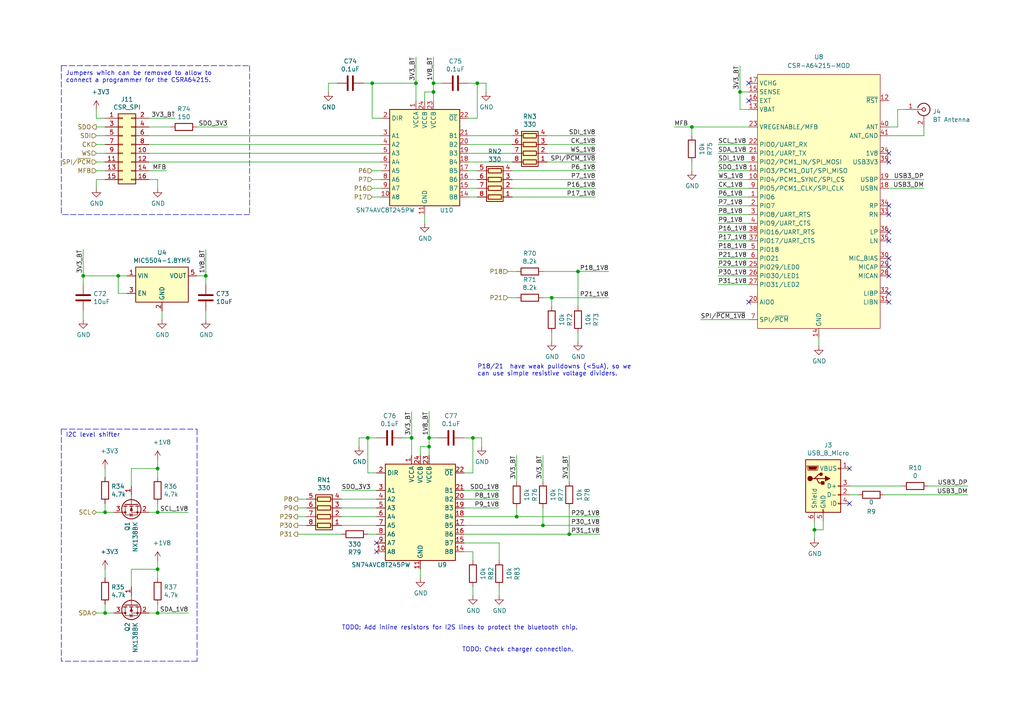
<source format=kicad_sch>
(kicad_sch (version 20201015) (generator eeschema)
  (paper "A4")
  (lib_symbols
    (symbol "Connector:Conn_Coaxial" (pin_names (offset 1.016) hide)
      (property "Reference" "J" (at 0.254 3.048 0))
      (property "Value" "Conn_Coaxial" (at 2.921 0 90))
      (symbol "Conn_Coaxial_0_1"
        (arc (start -1.778 0.508) (end 1.778 0) (radius (at -0.0508 0) (length 1.8034) (angles 163.6 0)) (stroke (width 0.254)))
        (arc (start 1.778 0) (end -1.778 -0.508) (radius (at -0.0254 0) (length 1.8034) (angles 0 -163.8)) (stroke (width 0.254)))
        (circle (center 0 0) (radius 0.508) (stroke (width 0.2032)))
        (polyline (pts (xy -2.54 0) (xy -0.508 0)))
        (polyline (pts (xy 0 -2.54) (xy 0 -1.778)))
      )
      (symbol "Conn_Coaxial_1_1"
        (pin passive line (at -5.08 0 0) (length 2.54) (name "In") (number "1"))
        (pin passive line (at 0 -5.08 90) (length 2.54) (name "Ext") (number "2"))
      )
    )
    (symbol "Connector:USB_B_Micro" (pin_names (offset 1.016))
      (property "Reference" "J" (at -5.08 11.43 0))
      (property "Value" "USB_B_Micro" (at -5.08 8.89 0))
      (symbol "USB_B_Micro_0_1"
        (circle (center -3.81 2.159) (radius 0.635) (stroke (width 0.254)) (fill (type outline)))
        (circle (center -0.635 3.429) (radius 0.381) (stroke (width 0.254)) (fill (type outline)))
        (rectangle (start -5.08 -7.62) (end 5.08 7.62) (stroke (width 0.254)) (fill (type background)))
        (rectangle (start -0.127 -7.62) (end 0.127 -6.858))
        (rectangle (start 0.254 1.27) (end -0.508 0.508) (stroke (width 0.254)) (fill (type outline)))
        (rectangle (start 5.08 -5.207) (end 4.318 -4.953))
        (rectangle (start 5.08 -2.667) (end 4.318 -2.413))
        (rectangle (start 5.08 -0.127) (end 4.318 0.127))
        (rectangle (start 5.08 4.953) (end 4.318 5.207))
        (polyline (pts (xy -1.905 2.159) (xy 0.635 2.159)) (stroke (width 0.254)))
        (polyline (pts (xy -3.175 2.159) (xy -2.54 2.159) (xy -1.27 3.429) (xy -0.635 3.429)) (stroke (width 0.254)))
        (polyline (pts (xy -2.54 2.159) (xy -1.905 2.159) (xy -1.27 0.889) (xy 0 0.889)) (stroke (width 0.254)))
        (polyline (pts (xy 0.635 2.794) (xy 0.635 1.524) (xy 1.905 2.159) (xy 0.635 2.794)) (stroke (width 0.254)) (fill (type outline)))
        (polyline (pts (xy -4.318 5.588) (xy -1.778 5.588) (xy -2.032 4.826) (xy -4.064 4.826) (xy -4.318 5.588)) (fill (type outline)))
        (polyline (pts (xy -4.699 5.842) (xy -4.699 5.588) (xy -4.445 4.826) (xy -4.445 4.572) (xy -1.651 4.572) (xy -1.651 4.826) (xy -1.397 5.588) (xy -1.397 5.842) (xy -4.699 5.842)))
      )
      (symbol "USB_B_Micro_1_1"
        (pin power_out line (at 7.62 5.08 180) (length 2.54) (name "VBUS") (number "1"))
        (pin bidirectional line (at 7.62 -2.54 180) (length 2.54) (name "D-") (number "2"))
        (pin bidirectional line (at 7.62 0 180) (length 2.54) (name "D+") (number "3"))
        (pin passive line (at 7.62 -5.08 180) (length 2.54) (name "ID") (number "4"))
        (pin power_out line (at 0 -10.16 90) (length 2.54) (name "GND") (number "5"))
        (pin passive line (at -2.54 -10.16 90) (length 2.54) (name "Shield") (number "6"))
      )
    )
    (symbol "Connector_Generic:Conn_02x08_Odd_Even" (pin_names (offset 1.016) hide)
      (property "Reference" "J" (at 1.27 10.16 0))
      (property "Value" "Conn_02x08_Odd_Even" (at 1.27 -12.7 0))
      (symbol "Conn_02x08_Odd_Even_1_1"
        (rectangle (start -1.27 -4.953) (end 0 -5.207) (stroke (width 0.1524)))
        (rectangle (start -1.27 -7.493) (end 0 -7.747) (stroke (width 0.1524)))
        (rectangle (start -1.27 -10.033) (end 0 -10.287) (stroke (width 0.1524)))
        (rectangle (start -1.27 -2.413) (end 0 -2.667) (stroke (width 0.1524)))
        (rectangle (start -1.27 2.667) (end 0 2.413) (stroke (width 0.1524)))
        (rectangle (start -1.27 5.207) (end 0 4.953) (stroke (width 0.1524)))
        (rectangle (start -1.27 7.747) (end 0 7.493) (stroke (width 0.1524)))
        (rectangle (start -1.27 8.89) (end 3.81 -11.43) (stroke (width 0.254)) (fill (type background)))
        (rectangle (start -1.27 0.127) (end 0 -0.127) (stroke (width 0.1524)))
        (rectangle (start 3.81 -4.953) (end 2.54 -5.207) (stroke (width 0.1524)))
        (rectangle (start 3.81 -7.493) (end 2.54 -7.747) (stroke (width 0.1524)))
        (rectangle (start 3.81 -10.033) (end 2.54 -10.287) (stroke (width 0.1524)))
        (rectangle (start 3.81 -2.413) (end 2.54 -2.667) (stroke (width 0.1524)))
        (rectangle (start 3.81 2.667) (end 2.54 2.413) (stroke (width 0.1524)))
        (rectangle (start 3.81 5.207) (end 2.54 4.953) (stroke (width 0.1524)))
        (rectangle (start 3.81 7.747) (end 2.54 7.493) (stroke (width 0.1524)))
        (rectangle (start 3.81 0.127) (end 2.54 -0.127) (stroke (width 0.1524)))
        (pin passive line (at -5.08 7.62 0) (length 3.81) (name "Pin_1") (number "1"))
        (pin passive line (at 7.62 -2.54 180) (length 3.81) (name "Pin_10") (number "10"))
        (pin passive line (at -5.08 -5.08 0) (length 3.81) (name "Pin_11") (number "11"))
        (pin passive line (at 7.62 -5.08 180) (length 3.81) (name "Pin_12") (number "12"))
        (pin passive line (at -5.08 -7.62 0) (length 3.81) (name "Pin_13") (number "13"))
        (pin passive line (at 7.62 -7.62 180) (length 3.81) (name "Pin_14") (number "14"))
        (pin passive line (at -5.08 -10.16 0) (length 3.81) (name "Pin_15") (number "15"))
        (pin passive line (at 7.62 -10.16 180) (length 3.81) (name "Pin_16") (number "16"))
        (pin passive line (at 7.62 7.62 180) (length 3.81) (name "Pin_2") (number "2"))
        (pin passive line (at -5.08 5.08 0) (length 3.81) (name "Pin_3") (number "3"))
        (pin passive line (at 7.62 5.08 180) (length 3.81) (name "Pin_4") (number "4"))
        (pin passive line (at -5.08 2.54 0) (length 3.81) (name "Pin_5") (number "5"))
        (pin passive line (at 7.62 2.54 180) (length 3.81) (name "Pin_6") (number "6"))
        (pin passive line (at -5.08 0 0) (length 3.81) (name "Pin_7") (number "7"))
        (pin passive line (at 7.62 0 180) (length 3.81) (name "Pin_8") (number "8"))
        (pin passive line (at -5.08 -2.54 0) (length 3.81) (name "Pin_9") (number "9"))
      )
    )
    (symbol "Device:C" (pin_numbers hide) (pin_names (offset 0.254))
      (property "Reference" "C" (at 0.635 2.54 0))
      (property "Value" "C" (at 0.635 -2.54 0))
      (symbol "C_0_1"
        (polyline (pts (xy -2.032 -0.762) (xy 2.032 -0.762)) (stroke (width 0.508)))
        (polyline (pts (xy -2.032 0.762) (xy 2.032 0.762)) (stroke (width 0.508)))
      )
      (symbol "C_1_1"
        (pin passive line (at 0 3.81 270) (length 2.794) (name "~") (number "1"))
        (pin passive line (at 0 -3.81 90) (length 2.794) (name "~") (number "2"))
      )
    )
    (symbol "Device:R" (pin_numbers hide) (pin_names (offset 0))
      (property "Reference" "R" (at 2.032 0 90))
      (property "Value" "R" (at 0 0 90))
      (symbol "R_0_1"
        (rectangle (start -1.016 -2.54) (end 1.016 2.54) (stroke (width 0.254)))
      )
      (symbol "R_1_1"
        (pin passive line (at 0 3.81 270) (length 1.27) (name "~") (number "1"))
        (pin passive line (at 0 -3.81 90) (length 1.27) (name "~") (number "2"))
      )
    )
    (symbol "Device:R_Pack04" (pin_names (offset 0) hide)
      (property "Reference" "RN" (at -7.62 0 90))
      (property "Value" "R_Pack04" (at 5.08 0 90))
      (symbol "R_Pack04_0_1"
        (rectangle (start -6.35 -2.413) (end 3.81 2.413) (stroke (width 0.254)) (fill (type background)))
        (rectangle (start -5.715 1.905) (end -4.445 -1.905) (stroke (width 0.254)))
        (rectangle (start -3.175 1.905) (end -1.905 -1.905) (stroke (width 0.254)))
        (rectangle (start -0.635 1.905) (end 0.635 -1.905) (stroke (width 0.254)))
        (rectangle (start 1.905 1.905) (end 3.175 -1.905) (stroke (width 0.254)))
        (polyline (pts (xy -5.08 -2.54) (xy -5.08 -1.905)))
        (polyline (pts (xy -5.08 1.905) (xy -5.08 2.54)))
        (polyline (pts (xy -2.54 -2.54) (xy -2.54 -1.905)))
        (polyline (pts (xy -2.54 1.905) (xy -2.54 2.54)))
        (polyline (pts (xy 0 -2.54) (xy 0 -1.905)))
        (polyline (pts (xy 0 1.905) (xy 0 2.54)))
        (polyline (pts (xy 2.54 -2.54) (xy 2.54 -1.905)))
        (polyline (pts (xy 2.54 1.905) (xy 2.54 2.54)))
      )
      (symbol "R_Pack04_1_1"
        (pin passive line (at -5.08 -5.08 90) (length 2.54) (name "R1.1") (number "1"))
        (pin passive line (at -2.54 -5.08 90) (length 2.54) (name "R2.1") (number "2"))
        (pin passive line (at 0 -5.08 90) (length 2.54) (name "R3.1") (number "3"))
        (pin passive line (at 2.54 -5.08 90) (length 2.54) (name "R4.1") (number "4"))
        (pin passive line (at 2.54 5.08 270) (length 2.54) (name "R4.2") (number "5"))
        (pin passive line (at 0 5.08 270) (length 2.54) (name "R3.2") (number "6"))
        (pin passive line (at -2.54 5.08 270) (length 2.54) (name "R2.2") (number "7"))
        (pin passive line (at -5.08 5.08 270) (length 2.54) (name "R1.2") (number "8"))
      )
    )
    (symbol "HackAmp-Symbols:CSR-A64215-MOD"
      (property "Reference" "U" (at -15.24 39.37 0))
      (property "Value" "CSR-A64215-MOD" (at 8.89 39.37 0))
      (symbol "CSR-A64215-MOD_0_1"
        (rectangle (start -17.78 38.1) (end 17.78 -35.56) (fill (type background)))
      )
      (symbol "CSR-A64215-MOD_1_1"
        (pin bidirectional line (at -20.32 2.54 0) (length 2.54) (name "PIO6") (number "1"))
        (pin bidirectional line (at -20.32 0 0) (length 2.54) (name "PIO7") (number "2"))
        (pin bidirectional line (at -20.32 -2.54 0) (length 2.54) (name "PIO8/UART_RTS") (number "3"))
        (pin bidirectional line (at -20.32 -5.08 0) (length 2.54) (name "PIO9/UART_CTS") (number "4"))
        (pin bidirectional line (at -20.32 -12.7 0) (length 2.54) (name "PIO18") (number "5"))
        (pin bidirectional line (at -20.32 -15.24 0) (length 2.54) (name "PIO21") (number "6"))
        (pin input line (at -20.32 -33.02 0) (length 2.54) (name "SPI/~PCM") (number "7"))
        (pin bidirectional line (at -20.32 12.7 0) (length 2.54) (name "PIO2/PCM1_IN/SPI_MOSI") (number "8"))
        (pin bidirectional line (at -20.32 5.08 0) (length 2.54) (name "PIO5/PCM1_CLK/SPI_CLK") (number "9"))
        (pin bidirectional line (at -20.32 7.62 0) (length 2.54) (name "PIO4/PCM1_SYNC/SPI_CS") (number "10"))
        (pin bidirectional line (at -20.32 10.16 0) (length 2.54) (name "PIO3/PCM1_OUT/SPI_MISO") (number "11"))
        (pin input line (at 20.32 30.48 180) (length 2.54) (name "~RST") (number "12"))
        (pin power_in line (at -20.32 27.94 0) (length 2.54) (name "VBAT") (number "13"))
        (pin power_in line (at 0 -38.1 90) (length 2.54) (name "GND") (number "14"))
        (pin bidirectional line (at 20.32 5.08 180) (length 2.54) (name "USBN") (number "18"))
        (pin bidirectional line (at -20.32 22.86 0) (length 2.54) (name "VREGENABLE/MFB") (number "23"))
        (pin power_out line (at 20.32 15.24 180) (length 2.54) (name "1V8") (number "24"))
        (pin output line (at -20.32 -17.78 0) (length 2.54) (name "PIO29/LED0") (number "25"))
        (pin output line (at -20.32 -20.32 0) (length 2.54) (name "PIO30/LED1") (number "26"))
        (pin output line (at -20.32 -22.86 0) (length 2.54) (name "PIO31/LED2") (number "27"))
        (pin bidirectional line (at 20.32 -20.32 180) (length 2.54) (name "MICAN") (number "28"))
        (pin bidirectional line (at 20.32 -17.78 180) (length 2.54) (name "MICAP") (number "29"))
        (pin bidirectional line (at 20.32 -15.24 180) (length 2.54) (name "MIC_BIAS") (number "30"))
        (pin bidirectional line (at 20.32 -27.94 180) (length 2.54) (name "LIBN") (number "31"))
        (pin bidirectional line (at 20.32 -25.4 180) (length 2.54) (name "LIBP") (number "32"))
        (pin bidirectional line (at 20.32 -2.54 180) (length 2.54) (name "RN") (number "33"))
        (pin bidirectional line (at 20.32 0 180) (length 2.54) (name "RP") (number "34"))
        (pin bidirectional line (at 20.32 -10.16 180) (length 2.54) (name "LN") (number "35"))
        (pin bidirectional line (at 20.32 -7.62 180) (length 2.54) (name "LP") (number "36"))
        (pin bidirectional line (at -20.32 -10.16 0) (length 2.54) (name "PIO17/UART_CTS") (number "37"))
        (pin bidirectional line (at -20.32 -7.62 0) (length 2.54) (name "PIO16/UART_RTS") (number "38"))
        (pin power_out line (at 20.32 12.7 180) (length 2.54) (name "USB3V3") (number "39"))
        (pin passive line (at 20.32 22.86 180) (length 2.54) (name "ANT") (number "40"))
        (pin passive line (at 20.32 20.32 180) (length 2.54) (name "ANT_GND") (number "41"))
        (pin power_in line (at -20.32 35.56 0) (length 2.54) (name "VCHG") (number "17"))
        (pin output line (at -20.32 30.48 0) (length 2.54) (name "EXT") (number "16"))
        (pin input line (at -20.32 33.02 0) (length 2.54) (name "SENSE") (number "15"))
        (pin bidirectional line (at 20.32 7.62 180) (length 2.54) (name "USBP") (number "19"))
        (pin power_in line (at -20.32 -27.94 0) (length 2.54) (name "AIO0") (number "20"))
        (pin bidirectional line (at -20.32 15.24 0) (length 2.54) (name "PIO1/UART_TX") (number "21"))
        (pin bidirectional line (at -20.32 17.78 0) (length 2.54) (name "PIO0/UART_RX") (number "22"))
      )
    )
    (symbol "Logic_LevelTranslator:SN74AVC8T245PW"
      (property "Reference" "U" (at -8.89 13.97 0))
      (property "Value" "SN74AVC8T245PW" (at 12.7 13.97 0))
      (symbol "SN74AVC8T245PW_0_1"
        (rectangle (start -10.16 12.7) (end 10.16 -15.24) (stroke (width 0.254)) (fill (type background)))
      )
      (symbol "SN74AVC8T245PW_1_1"
        (pin power_in line (at -2.54 15.24 270) (length 2.54) (name "VCCA") (number "1"))
        (pin bidirectional line (at -12.7 -12.7 0) (length 2.54) (name "A8") (number "10"))
        (pin power_in line (at 0 -17.78 90) (length 2.54) (name "GND") (number "11"))
        (pin passive line (at 0 -17.78 90) (length 2.54) hide (name "GND") (number "12"))
        (pin passive line (at 0 -17.78 90) (length 2.54) hide (name "GND") (number "13"))
        (pin bidirectional line (at 12.7 -12.7 180) (length 2.54) (name "B8") (number "14"))
        (pin bidirectional line (at 12.7 -10.16 180) (length 2.54) (name "B7") (number "15"))
        (pin bidirectional line (at 12.7 -7.62 180) (length 2.54) (name "B6") (number "16"))
        (pin bidirectional line (at 12.7 -5.08 180) (length 2.54) (name "B5") (number "17"))
        (pin bidirectional line (at 12.7 -2.54 180) (length 2.54) (name "B4") (number "18"))
        (pin bidirectional line (at 12.7 0 180) (length 2.54) (name "B3") (number "19"))
        (pin input line (at -12.7 10.16 0) (length 2.54) (name "DIR") (number "2"))
        (pin bidirectional line (at 12.7 2.54 180) (length 2.54) (name "B2") (number "20"))
        (pin bidirectional line (at 12.7 5.08 180) (length 2.54) (name "B1") (number "21"))
        (pin input line (at 12.7 10.16 180) (length 2.54) (name "~OE") (number "22"))
        (pin power_in line (at 2.54 15.24 270) (length 2.54) (name "VCCB") (number "23"))
        (pin power_in line (at 0 15.24 270) (length 2.54) (name "VCCB") (number "24"))
        (pin bidirectional line (at -12.7 5.08 0) (length 2.54) (name "A1") (number "3"))
        (pin bidirectional line (at -12.7 2.54 0) (length 2.54) (name "A2") (number "4"))
        (pin bidirectional line (at -12.7 0 0) (length 2.54) (name "A3") (number "5"))
        (pin bidirectional line (at -12.7 -2.54 0) (length 2.54) (name "A4") (number "6"))
        (pin bidirectional line (at -12.7 -5.08 0) (length 2.54) (name "A5") (number "7"))
        (pin bidirectional line (at -12.7 -7.62 0) (length 2.54) (name "A6") (number "8"))
        (pin bidirectional line (at -12.7 -10.16 0) (length 2.54) (name "A7") (number "9"))
      )
    )
    (symbol "Regulator_Linear:MIC5504-1.8YM5"
      (property "Reference" "U" (at -7.62 8.89 0))
      (property "Value" "MIC5504-1.8YM5" (at -7.62 6.35 0))
      (symbol "MIC5504-1.8YM5_0_1"
        (rectangle (start -7.62 -5.08) (end 7.62 5.08) (stroke (width 0.254)) (fill (type background)))
      )
      (symbol "MIC5504-1.8YM5_1_1"
        (pin power_in line (at -10.16 2.54 0) (length 2.54) (name "VIN") (number "1"))
        (pin power_in line (at 0 -7.62 90) (length 2.54) (name "GND") (number "2"))
        (pin input line (at -10.16 -2.54 0) (length 2.54) (name "EN") (number "3"))
        (pin unconnected line (at 7.62 -2.54 180) (length 2.54) hide (name "NC") (number "4"))
        (pin power_out line (at 10.16 2.54 180) (length 2.54) (name "VOUT") (number "5"))
      )
    )
    (symbol "Transistor_FET:BSS138" (pin_names hide)
      (property "Reference" "Q" (at 5.08 1.905 0))
      (property "Value" "BSS138" (at 5.08 0 0))
      (symbol "BSS138_0_1"
        (circle (center 1.651 0) (radius 2.794) (stroke (width 0.254)))
        (circle (center 2.54 -1.778) (radius 0.254) (fill (type outline)))
        (circle (center 2.54 1.778) (radius 0.254) (fill (type outline)))
        (polyline (pts (xy 0.254 0) (xy -2.54 0)))
        (polyline (pts (xy 0.254 1.905) (xy 0.254 -1.905)) (stroke (width 0.254)))
        (polyline (pts (xy 0.762 -1.27) (xy 0.762 -2.286)) (stroke (width 0.254)))
        (polyline (pts (xy 0.762 0.508) (xy 0.762 -0.508)) (stroke (width 0.254)))
        (polyline (pts (xy 0.762 2.286) (xy 0.762 1.27)) (stroke (width 0.254)))
        (polyline (pts (xy 2.54 2.54) (xy 2.54 1.778)))
        (polyline (pts (xy 2.54 -2.54) (xy 2.54 0) (xy 0.762 0)))
        (polyline (pts (xy 0.762 -1.778) (xy 3.302 -1.778) (xy 3.302 1.778) (xy 0.762 1.778)))
        (polyline (pts (xy 1.016 0) (xy 2.032 0.381) (xy 2.032 -0.381) (xy 1.016 0)) (fill (type outline)))
        (polyline (pts (xy 2.794 0.508) (xy 2.921 0.381) (xy 3.683 0.381) (xy 3.81 0.254)))
        (polyline (pts (xy 3.302 0.381) (xy 2.921 -0.254) (xy 3.683 -0.254) (xy 3.302 0.381)))
      )
      (symbol "BSS138_1_1"
        (pin input line (at -5.08 0 0) (length 2.54) (name "G") (number "1"))
        (pin passive line (at 2.54 -5.08 90) (length 2.54) (name "S") (number "2"))
        (pin passive line (at 2.54 5.08 270) (length 2.54) (name "D") (number "3"))
      )
    )
    (symbol "Transistor_FET:BSS138_1" (pin_names hide)
      (property "Reference" "Q" (at 5.08 1.905 0))
      (property "Value" "BSS138" (at 5.08 0 0))
      (symbol "BSS138_1_0_1"
        (circle (center 1.651 0) (radius 2.794) (stroke (width 0.254)))
        (circle (center 2.54 -1.778) (radius 0.254) (fill (type outline)))
        (circle (center 2.54 1.778) (radius 0.254) (fill (type outline)))
        (polyline (pts (xy 0.254 0) (xy -2.54 0)))
        (polyline (pts (xy 0.254 1.905) (xy 0.254 -1.905)) (stroke (width 0.254)))
        (polyline (pts (xy 0.762 -1.27) (xy 0.762 -2.286)) (stroke (width 0.254)))
        (polyline (pts (xy 0.762 0.508) (xy 0.762 -0.508)) (stroke (width 0.254)))
        (polyline (pts (xy 0.762 2.286) (xy 0.762 1.27)) (stroke (width 0.254)))
        (polyline (pts (xy 2.54 2.54) (xy 2.54 1.778)))
        (polyline (pts (xy 2.54 -2.54) (xy 2.54 0) (xy 0.762 0)))
        (polyline (pts (xy 0.762 -1.778) (xy 3.302 -1.778) (xy 3.302 1.778) (xy 0.762 1.778)))
        (polyline (pts (xy 1.016 0) (xy 2.032 0.381) (xy 2.032 -0.381) (xy 1.016 0)) (fill (type outline)))
        (polyline (pts (xy 2.794 0.508) (xy 2.921 0.381) (xy 3.683 0.381) (xy 3.81 0.254)))
        (polyline (pts (xy 3.302 0.381) (xy 2.921 -0.254) (xy 3.683 -0.254) (xy 3.302 0.381)))
      )
      (symbol "BSS138_1_1_1"
        (pin input line (at -5.08 0 0) (length 2.54) (name "G") (number "1"))
        (pin passive line (at 2.54 -5.08 90) (length 2.54) (name "S") (number "2"))
        (pin passive line (at 2.54 5.08 270) (length 2.54) (name "D") (number "3"))
      )
    )
    (symbol "power:+1V8" (power) (pin_names (offset 0))
      (property "Value" "+1V8" (at 0 3.556 0))
      (symbol "+1V8_0_1"
        (polyline (pts (xy -0.762 1.27) (xy 0 2.54)))
        (polyline (pts (xy 0 0) (xy 0 2.54)))
        (polyline (pts (xy 0 2.54) (xy 0.762 1.27)))
      )
      (symbol "+1V8_1_1"
        (pin power_in line (at 0 0 90) (length 0) hide (name "+1V8") (number "1"))
      )
    )
    (symbol "power:+3V3" (power) (pin_names (offset 0))
      (property "Value" "+3V3" (at 0 3.556 0))
      (symbol "+3V3_0_1"
        (polyline (pts (xy -0.762 1.27) (xy 0 2.54)))
        (polyline (pts (xy 0 0) (xy 0 2.54)))
        (polyline (pts (xy 0 2.54) (xy 0.762 1.27)))
      )
      (symbol "+3V3_1_1"
        (pin power_in line (at 0 0 90) (length 0) hide (name "+3V3") (number "1"))
      )
    )
    (symbol "power:GND" (power) (pin_names (offset 0))
      (property "Value" "GND" (at 0 -3.81 0))
      (symbol "GND_0_1"
        (polyline (pts (xy 0 0) (xy 0 -1.27) (xy 1.27 -1.27) (xy 0 -2.54) (xy -1.27 -1.27) (xy 0 -1.27)))
      )
      (symbol "GND_1_1"
        (pin power_in line (at 0 0 270) (length 0) hide (name "GND") (number "1"))
      )
    )
  )
  (junction (at 24.13 80.01) (diameter 0.9144))
  (junction (at 30.48 148.59) (diameter 0.9144))
  (junction (at 30.48 177.8) (diameter 0.9144))
  (junction (at 34.29 80.01) (diameter 0.9144))
  (junction (at 45.72 135.89) (diameter 0.9144))
  (junction (at 45.72 148.59) (diameter 0.9144))
  (junction (at 45.72 165.1) (diameter 0.9144))
  (junction (at 45.72 177.8) (diameter 0.9144))
  (junction (at 59.69 80.01) (diameter 0.9144))
  (junction (at 106.68 127) (diameter 0.9144))
  (junction (at 107.95 24.13) (diameter 0.9144))
  (junction (at 119.38 127) (diameter 0.9144))
  (junction (at 120.65 24.13) (diameter 0.9144))
  (junction (at 124.46 127) (diameter 0.9144))
  (junction (at 124.46 129.54) (diameter 0.9144))
  (junction (at 125.73 24.13) (diameter 0.9144))
  (junction (at 125.73 26.67) (diameter 0.9144))
  (junction (at 137.16 127) (diameter 0.9144))
  (junction (at 138.43 24.13) (diameter 0.9144))
  (junction (at 149.86 149.86) (diameter 0.9144))
  (junction (at 157.48 152.4) (diameter 0.9144))
  (junction (at 160.02 86.36) (diameter 0.9144))
  (junction (at 165.1 154.94) (diameter 0.9144))
  (junction (at 167.64 78.74) (diameter 0.9144))
  (junction (at 200.66 36.83) (diameter 0.9144))
  (junction (at 214.63 26.67) (diameter 0.9144))
  (junction (at 236.22 153.67) (diameter 0.9144))
  (no_connect (at 217.17 29.21))
  (no_connect (at 257.81 69.85))
  (no_connect (at 217.17 24.13))
  (no_connect (at 257.81 77.47))
  (no_connect (at 257.81 87.63))
  (no_connect (at 246.38 146.05))
  (no_connect (at 246.38 135.89))
  (no_connect (at 257.81 46.99))
  (no_connect (at 217.17 87.63))
  (no_connect (at 257.81 62.23))
  (no_connect (at 257.81 44.45))
  (no_connect (at 257.81 67.31))
  (no_connect (at 109.22 160.02))
  (no_connect (at 109.22 157.48))
  (no_connect (at 257.81 74.93))
  (no_connect (at 257.81 59.69))
  (no_connect (at 257.81 85.09))
  (no_connect (at 257.81 80.01))
  (wire (pts (xy 24.13 72.39) (xy 24.13 80.01)))
  (wire (pts (xy 24.13 80.01) (xy 24.13 82.55)))
  (wire (pts (xy 24.13 90.17) (xy 24.13 92.71)))
  (wire (pts (xy 27.94 34.29) (xy 27.94 31.75)))
  (wire (pts (xy 27.94 36.83) (xy 30.48 36.83)))
  (wire (pts (xy 27.94 39.37) (xy 30.48 39.37)))
  (wire (pts (xy 27.94 41.91) (xy 30.48 41.91)))
  (wire (pts (xy 27.94 44.45) (xy 30.48 44.45)))
  (wire (pts (xy 27.94 46.99) (xy 30.48 46.99)))
  (wire (pts (xy 27.94 49.53) (xy 30.48 49.53)))
  (wire (pts (xy 27.94 52.07) (xy 27.94 54.61)))
  (wire (pts (xy 27.94 148.59) (xy 30.48 148.59)))
  (wire (pts (xy 27.94 177.8) (xy 30.48 177.8)))
  (wire (pts (xy 30.48 34.29) (xy 27.94 34.29)))
  (wire (pts (xy 30.48 52.07) (xy 27.94 52.07)))
  (wire (pts (xy 30.48 135.89) (xy 30.48 138.43)))
  (wire (pts (xy 30.48 146.05) (xy 30.48 148.59)))
  (wire (pts (xy 30.48 148.59) (xy 33.02 148.59)))
  (wire (pts (xy 30.48 165.1) (xy 30.48 167.64)))
  (wire (pts (xy 30.48 175.26) (xy 30.48 177.8)))
  (wire (pts (xy 30.48 177.8) (xy 33.02 177.8)))
  (wire (pts (xy 34.29 80.01) (xy 24.13 80.01)))
  (wire (pts (xy 34.29 80.01) (xy 36.83 80.01)))
  (wire (pts (xy 34.29 85.09) (xy 34.29 80.01)))
  (wire (pts (xy 36.83 85.09) (xy 34.29 85.09)))
  (wire (pts (xy 38.1 135.89) (xy 38.1 140.97)))
  (wire (pts (xy 38.1 165.1) (xy 38.1 170.18)))
  (wire (pts (xy 43.18 34.29) (xy 50.8 34.29)))
  (wire (pts (xy 43.18 36.83) (xy 49.53 36.83)))
  (wire (pts (xy 43.18 39.37) (xy 110.49 39.37)))
  (wire (pts (xy 43.18 41.91) (xy 110.49 41.91)))
  (wire (pts (xy 43.18 44.45) (xy 110.49 44.45)))
  (wire (pts (xy 43.18 46.99) (xy 110.49 46.99)))
  (wire (pts (xy 43.18 49.53) (xy 48.26 49.53)))
  (wire (pts (xy 43.18 52.07) (xy 45.72 52.07)))
  (wire (pts (xy 45.72 52.07) (xy 45.72 54.61)))
  (wire (pts (xy 45.72 133.35) (xy 45.72 135.89)))
  (wire (pts (xy 45.72 135.89) (xy 38.1 135.89)))
  (wire (pts (xy 45.72 135.89) (xy 45.72 138.43)))
  (wire (pts (xy 45.72 146.05) (xy 45.72 148.59)))
  (wire (pts (xy 45.72 148.59) (xy 43.18 148.59)))
  (wire (pts (xy 45.72 148.59) (xy 54.61 148.59)))
  (wire (pts (xy 45.72 162.56) (xy 45.72 165.1)))
  (wire (pts (xy 45.72 165.1) (xy 38.1 165.1)))
  (wire (pts (xy 45.72 165.1) (xy 45.72 167.64)))
  (wire (pts (xy 45.72 175.26) (xy 45.72 177.8)))
  (wire (pts (xy 45.72 177.8) (xy 43.18 177.8)))
  (wire (pts (xy 45.72 177.8) (xy 54.61 177.8)))
  (wire (pts (xy 46.99 90.17) (xy 46.99 92.71)))
  (wire (pts (xy 57.15 36.83) (xy 66.04 36.83)))
  (wire (pts (xy 57.15 80.01) (xy 59.69 80.01)))
  (wire (pts (xy 59.69 72.39) (xy 59.69 80.01)))
  (wire (pts (xy 59.69 80.01) (xy 59.69 82.55)))
  (wire (pts (xy 59.69 90.17) (xy 59.69 92.71)))
  (wire (pts (xy 86.36 144.78) (xy 88.9 144.78)))
  (wire (pts (xy 86.36 147.32) (xy 88.9 147.32)))
  (wire (pts (xy 86.36 149.86) (xy 88.9 149.86)))
  (wire (pts (xy 86.36 152.4) (xy 88.9 152.4)))
  (wire (pts (xy 86.36 154.94) (xy 99.06 154.94)))
  (wire (pts (xy 95.25 24.13) (xy 95.25 26.67)))
  (wire (pts (xy 97.79 24.13) (xy 95.25 24.13)))
  (wire (pts (xy 99.06 142.24) (xy 109.22 142.24)))
  (wire (pts (xy 99.06 144.78) (xy 109.22 144.78)))
  (wire (pts (xy 99.06 147.32) (xy 109.22 147.32)))
  (wire (pts (xy 99.06 149.86) (xy 109.22 149.86)))
  (wire (pts (xy 99.06 152.4) (xy 109.22 152.4)))
  (wire (pts (xy 104.14 127) (xy 104.14 129.54)))
  (wire (pts (xy 105.41 24.13) (xy 107.95 24.13)))
  (wire (pts (xy 106.68 127) (xy 104.14 127)))
  (wire (pts (xy 106.68 137.16) (xy 106.68 127)))
  (wire (pts (xy 106.68 154.94) (xy 109.22 154.94)))
  (wire (pts (xy 107.95 24.13) (xy 120.65 24.13)))
  (wire (pts (xy 107.95 34.29) (xy 107.95 24.13)))
  (wire (pts (xy 107.95 49.53) (xy 110.49 49.53)))
  (wire (pts (xy 107.95 52.07) (xy 110.49 52.07)))
  (wire (pts (xy 107.95 54.61) (xy 110.49 54.61)))
  (wire (pts (xy 107.95 57.15) (xy 110.49 57.15)))
  (wire (pts (xy 109.22 127) (xy 106.68 127)))
  (wire (pts (xy 109.22 137.16) (xy 106.68 137.16)))
  (wire (pts (xy 110.49 34.29) (xy 107.95 34.29)))
  (wire (pts (xy 116.84 127) (xy 119.38 127)))
  (wire (pts (xy 119.38 119.38) (xy 119.38 127)))
  (wire (pts (xy 119.38 127) (xy 119.38 132.08)))
  (wire (pts (xy 120.65 16.51) (xy 120.65 24.13)))
  (wire (pts (xy 120.65 24.13) (xy 120.65 29.21)))
  (wire (pts (xy 121.92 129.54) (xy 124.46 129.54)))
  (wire (pts (xy 121.92 132.08) (xy 121.92 129.54)))
  (wire (pts (xy 121.92 165.1) (xy 121.92 167.64)))
  (wire (pts (xy 123.19 26.67) (xy 125.73 26.67)))
  (wire (pts (xy 123.19 29.21) (xy 123.19 26.67)))
  (wire (pts (xy 123.19 62.23) (xy 123.19 64.77)))
  (wire (pts (xy 124.46 119.38) (xy 124.46 127)))
  (wire (pts (xy 124.46 127) (xy 124.46 129.54)))
  (wire (pts (xy 124.46 127) (xy 127 127)))
  (wire (pts (xy 124.46 129.54) (xy 124.46 132.08)))
  (wire (pts (xy 125.73 16.51) (xy 125.73 24.13)))
  (wire (pts (xy 125.73 24.13) (xy 125.73 26.67)))
  (wire (pts (xy 125.73 24.13) (xy 128.27 24.13)))
  (wire (pts (xy 125.73 26.67) (xy 125.73 29.21)))
  (wire (pts (xy 134.62 127) (xy 137.16 127)))
  (wire (pts (xy 134.62 137.16) (xy 137.16 137.16)))
  (wire (pts (xy 134.62 142.24) (xy 144.78 142.24)))
  (wire (pts (xy 134.62 144.78) (xy 144.78 144.78)))
  (wire (pts (xy 134.62 147.32) (xy 144.78 147.32)))
  (wire (pts (xy 134.62 149.86) (xy 149.86 149.86)))
  (wire (pts (xy 134.62 152.4) (xy 157.48 152.4)))
  (wire (pts (xy 134.62 154.94) (xy 165.1 154.94)))
  (wire (pts (xy 134.62 160.02) (xy 137.16 160.02)))
  (wire (pts (xy 135.89 24.13) (xy 138.43 24.13)))
  (wire (pts (xy 135.89 34.29) (xy 138.43 34.29)))
  (wire (pts (xy 135.89 39.37) (xy 148.59 39.37)))
  (wire (pts (xy 135.89 41.91) (xy 148.59 41.91)))
  (wire (pts (xy 135.89 44.45) (xy 148.59 44.45)))
  (wire (pts (xy 135.89 46.99) (xy 148.59 46.99)))
  (wire (pts (xy 135.89 49.53) (xy 138.43 49.53)))
  (wire (pts (xy 135.89 52.07) (xy 138.43 52.07)))
  (wire (pts (xy 135.89 54.61) (xy 138.43 54.61)))
  (wire (pts (xy 135.89 57.15) (xy 138.43 57.15)))
  (wire (pts (xy 137.16 127) (xy 139.7 127)))
  (wire (pts (xy 137.16 137.16) (xy 137.16 127)))
  (wire (pts (xy 137.16 160.02) (xy 137.16 162.56)))
  (wire (pts (xy 137.16 170.18) (xy 137.16 172.72)))
  (wire (pts (xy 138.43 24.13) (xy 140.97 24.13)))
  (wire (pts (xy 138.43 34.29) (xy 138.43 24.13)))
  (wire (pts (xy 139.7 127) (xy 139.7 129.54)))
  (wire (pts (xy 140.97 24.13) (xy 140.97 26.67)))
  (wire (pts (xy 144.78 157.48) (xy 134.62 157.48)))
  (wire (pts (xy 144.78 162.56) (xy 144.78 157.48)))
  (wire (pts (xy 144.78 170.18) (xy 144.78 172.72)))
  (wire (pts (xy 147.32 78.74) (xy 149.86 78.74)))
  (wire (pts (xy 147.32 86.36) (xy 149.86 86.36)))
  (wire (pts (xy 148.59 49.53) (xy 172.72 49.53)))
  (wire (pts (xy 148.59 52.07) (xy 172.72 52.07)))
  (wire (pts (xy 148.59 54.61) (xy 172.72 54.61)))
  (wire (pts (xy 148.59 57.15) (xy 172.72 57.15)))
  (wire (pts (xy 149.86 132.08) (xy 149.86 139.7)))
  (wire (pts (xy 149.86 149.86) (xy 149.86 147.32)))
  (wire (pts (xy 149.86 149.86) (xy 173.99 149.86)))
  (wire (pts (xy 157.48 78.74) (xy 167.64 78.74)))
  (wire (pts (xy 157.48 86.36) (xy 160.02 86.36)))
  (wire (pts (xy 157.48 132.08) (xy 157.48 139.7)))
  (wire (pts (xy 157.48 152.4) (xy 157.48 147.32)))
  (wire (pts (xy 157.48 152.4) (xy 173.99 152.4)))
  (wire (pts (xy 158.75 39.37) (xy 172.72 39.37)))
  (wire (pts (xy 158.75 41.91) (xy 172.72 41.91)))
  (wire (pts (xy 158.75 44.45) (xy 172.72 44.45)))
  (wire (pts (xy 158.75 46.99) (xy 172.72 46.99)))
  (wire (pts (xy 160.02 86.36) (xy 160.02 88.9)))
  (wire (pts (xy 160.02 86.36) (xy 176.53 86.36)))
  (wire (pts (xy 160.02 96.52) (xy 160.02 99.06)))
  (wire (pts (xy 165.1 132.08) (xy 165.1 139.7)))
  (wire (pts (xy 165.1 154.94) (xy 165.1 147.32)))
  (wire (pts (xy 165.1 154.94) (xy 173.99 154.94)))
  (wire (pts (xy 167.64 78.74) (xy 167.64 88.9)))
  (wire (pts (xy 167.64 78.74) (xy 176.53 78.74)))
  (wire (pts (xy 167.64 96.52) (xy 167.64 99.06)))
  (wire (pts (xy 195.58 36.83) (xy 200.66 36.83)))
  (wire (pts (xy 200.66 36.83) (xy 200.66 39.37)))
  (wire (pts (xy 200.66 46.99) (xy 200.66 49.53)))
  (wire (pts (xy 203.2 92.71) (xy 217.17 92.71)))
  (wire (pts (xy 208.28 41.91) (xy 217.17 41.91)))
  (wire (pts (xy 208.28 44.45) (xy 217.17 44.45)))
  (wire (pts (xy 208.28 46.99) (xy 217.17 46.99)))
  (wire (pts (xy 208.28 49.53) (xy 217.17 49.53)))
  (wire (pts (xy 208.28 52.07) (xy 217.17 52.07)))
  (wire (pts (xy 208.28 54.61) (xy 217.17 54.61)))
  (wire (pts (xy 208.28 57.15) (xy 217.17 57.15)))
  (wire (pts (xy 208.28 59.69) (xy 217.17 59.69)))
  (wire (pts (xy 208.28 62.23) (xy 217.17 62.23)))
  (wire (pts (xy 208.28 64.77) (xy 217.17 64.77)))
  (wire (pts (xy 208.28 67.31) (xy 217.17 67.31)))
  (wire (pts (xy 208.28 69.85) (xy 217.17 69.85)))
  (wire (pts (xy 208.28 72.39) (xy 217.17 72.39)))
  (wire (pts (xy 208.28 74.93) (xy 217.17 74.93)))
  (wire (pts (xy 208.28 77.47) (xy 217.17 77.47)))
  (wire (pts (xy 208.28 80.01) (xy 217.17 80.01)))
  (wire (pts (xy 208.28 82.55) (xy 217.17 82.55)))
  (wire (pts (xy 214.63 19.05) (xy 214.63 26.67)))
  (wire (pts (xy 214.63 26.67) (xy 214.63 31.75)))
  (wire (pts (xy 214.63 26.67) (xy 217.17 26.67)))
  (wire (pts (xy 214.63 31.75) (xy 217.17 31.75)))
  (wire (pts (xy 217.17 36.83) (xy 200.66 36.83)))
  (wire (pts (xy 236.22 151.13) (xy 236.22 153.67)))
  (wire (pts (xy 236.22 153.67) (xy 236.22 156.21)))
  (wire (pts (xy 237.49 97.79) (xy 237.49 100.33)))
  (wire (pts (xy 238.76 151.13) (xy 238.76 153.67)))
  (wire (pts (xy 238.76 153.67) (xy 236.22 153.67)))
  (wire (pts (xy 246.38 143.51) (xy 248.92 143.51)))
  (wire (pts (xy 256.54 143.51) (xy 280.67 143.51)))
  (wire (pts (xy 257.81 36.83) (xy 260.35 36.83)))
  (wire (pts (xy 257.81 52.07) (xy 267.97 52.07)))
  (wire (pts (xy 257.81 54.61) (xy 267.97 54.61)))
  (wire (pts (xy 260.35 31.75) (xy 262.89 31.75)))
  (wire (pts (xy 260.35 36.83) (xy 260.35 31.75)))
  (wire (pts (xy 261.62 140.97) (xy 246.38 140.97)))
  (wire (pts (xy 267.97 36.83) (xy 267.97 39.37)))
  (wire (pts (xy 267.97 39.37) (xy 257.81 39.37)))
  (wire (pts (xy 269.24 140.97) (xy 280.67 140.97)))
  (polyline (pts (xy 17.78 19.05) (xy 17.78 62.23)) (stroke (width 0) (type dash)))
  (polyline (pts (xy 17.78 19.05) (xy 72.39 19.05)) (stroke (width 0) (type dash)))
  (polyline (pts (xy 17.78 124.46) (xy 17.78 191.77)) (stroke (width 0) (type dash)))
  (polyline (pts (xy 17.78 124.46) (xy 57.15 124.46)) (stroke (width 0) (type dash)))
  (polyline (pts (xy 57.15 124.46) (xy 57.15 191.77)) (stroke (width 0) (type dash)))
  (polyline (pts (xy 57.15 191.77) (xy 17.78 191.77)) (stroke (width 0) (type dash)))
  (polyline (pts (xy 72.39 19.05) (xy 72.39 62.23)) (stroke (width 0) (type dash)))
  (polyline (pts (xy 72.39 62.23) (xy 17.78 62.23)) (stroke (width 0) (type dash)))
  (text "Jumpers which can be removed to allow to\nconnect a programmer for the CSRA64215." (at 19.05 24.13 0) (effects (font (size 1.27 1.27)) (justify left bottom)))
  (text "I2C level shifter" (at 19.05 127 0) (effects (font (size 1.27 1.27)) (justify left bottom)))
  (text "P18/21  have weak pulldowns (<5uA), so we\ncan use simple resistive voltage dividers." (at 138.43 109.22 0) (effects (font (size 1.27 1.27)) (justify left bottom)))
  (text "TODO: Check charger connection." (at 166.37 189.23 180) (effects (font (size 1.27 1.27)) (justify right bottom)))
  (text "TODO: Add inline resistors for I2S lines to protect the bluetooth chip." (at 167.64 182.88 0) (effects (font (size 1.27 1.27)) (justify right bottom)))
  (label "3V3_BT" (at 24.13 72.39 270))
  (label "MFB" (at 48.26 49.53 180))
  (label "3V3_BT" (at 50.8 34.29 180))
  (label "SCL_1V8" (at 54.61 148.59 180))
  (label "SDA_1V8" (at 54.61 177.8 180))
  (label "1V8_BT" (at 59.69 72.39 270))
  (label "SDO_3V3" (at 66.04 36.83 180))
  (label "SDO_3V3" (at 99.06 142.24 0))
  (label "3V3_BT" (at 119.38 119.38 270))
  (label "3V3_BT" (at 120.65 16.51 270))
  (label "1V8_BT" (at 124.46 119.38 270))
  (label "1V8_BT" (at 125.73 16.51 270))
  (label "SDO_1V8" (at 144.78 142.24 180))
  (label "P8_1V8" (at 144.78 144.78 180))
  (label "P9_1V8" (at 144.78 147.32 180))
  (label "3V3_BT" (at 149.86 132.08 270))
  (label "3V3_BT" (at 157.48 132.08 270))
  (label "3V3_BT" (at 165.1 132.08 270))
  (label "SDI_1V8" (at 172.72 39.37 180))
  (label "CK_1V8" (at 172.72 41.91 180))
  (label "WS_1V8" (at 172.72 44.45 180))
  (label "SPI{slash}~PCM_1V8" (at 172.72 46.99 180))
  (label "P6_1V8" (at 172.72 49.53 180))
  (label "P7_1V8" (at 172.72 52.07 180))
  (label "P16_1V8" (at 172.72 54.61 180))
  (label "P17_1V8" (at 172.72 57.15 180))
  (label "P29_1V8" (at 173.99 149.86 180))
  (label "P30_1V8" (at 173.99 152.4 180))
  (label "P31_1V8" (at 173.99 154.94 180))
  (label "P18_1V8" (at 176.53 78.74 180))
  (label "P21_1V8" (at 176.53 86.36 180))
  (label "MFB" (at 195.58 36.83 0))
  (label "SPI{slash}~PCM_1V8" (at 203.2 92.71 0))
  (label "SCL_1V8" (at 208.28 41.91 0))
  (label "SDA_1V8" (at 208.28 44.45 0))
  (label "SDI_1V8" (at 208.28 46.99 0))
  (label "SDO_1V8" (at 208.28 49.53 0))
  (label "WS_1V8" (at 208.28 52.07 0))
  (label "CK_1V8" (at 208.28 54.61 0))
  (label "P6_1V8" (at 208.28 57.15 0))
  (label "P7_1V8" (at 208.28 59.69 0))
  (label "P8_1V8" (at 208.28 62.23 0))
  (label "P9_1V8" (at 208.28 64.77 0))
  (label "P16_1V8" (at 208.28 67.31 0))
  (label "P17_1V8" (at 208.28 69.85 0))
  (label "P18_1V8" (at 208.28 72.39 0))
  (label "P21_1V8" (at 208.28 74.93 0))
  (label "P29_1V8" (at 208.28 77.47 0))
  (label "P30_1V8" (at 208.28 80.01 0))
  (label "P31_1V8" (at 208.28 82.55 0))
  (label "3V3_BT" (at 214.63 19.05 270))
  (label "USB3_DP" (at 267.97 52.07 180))
  (label "USB3_DM" (at 267.97 54.61 180))
  (label "USB3_DP" (at 280.67 140.97 180))
  (label "USB3_DM" (at 280.67 143.51 180))
  (hierarchical_label "SDO" (shape output) (at 27.94 36.83 180))
  (hierarchical_label "SDI" (shape input) (at 27.94 39.37 180))
  (hierarchical_label "CK" (shape input) (at 27.94 41.91 180))
  (hierarchical_label "WS" (shape input) (at 27.94 44.45 180))
  (hierarchical_label "SPI{slash}~PCM" (shape input) (at 27.94 46.99 180))
  (hierarchical_label "MFB" (shape input) (at 27.94 49.53 180))
  (hierarchical_label "SCL" (shape bidirectional) (at 27.94 148.59 180))
  (hierarchical_label "SDA" (shape bidirectional) (at 27.94 177.8 180))
  (hierarchical_label "P8" (shape output) (at 86.36 144.78 180))
  (hierarchical_label "P9" (shape output) (at 86.36 147.32 180))
  (hierarchical_label "P29" (shape output) (at 86.36 149.86 180))
  (hierarchical_label "P30" (shape output) (at 86.36 152.4 180))
  (hierarchical_label "P31" (shape output) (at 86.36 154.94 180))
  (hierarchical_label "P6" (shape input) (at 107.95 49.53 180))
  (hierarchical_label "P7" (shape input) (at 107.95 52.07 180))
  (hierarchical_label "P16" (shape input) (at 107.95 54.61 180))
  (hierarchical_label "P17" (shape input) (at 107.95 57.15 180))
  (hierarchical_label "P18" (shape input) (at 147.32 78.74 180))
  (hierarchical_label "P21" (shape input) (at 147.32 86.36 180))
  (symbol (lib_id "power:+3V3") (at 27.94 31.75 0) (unit 1)
    (property "Reference" "#PWR0220" (effects hide))
    (property "Value" "+3V3" (at 29.21 26.67 0))
  )
  (symbol (lib_id "power:+3V3") (at 30.48 135.89 0) (unit 1)
    (property "Reference" "#PWR0175" (effects hide))
    (property "Value" "+3V3" (at 31.75 130.81 0))
  )
  (symbol (lib_id "power:+3V3") (at 30.48 165.1 0) (unit 1)
    (property "Reference" "#PWR0176" (effects hide))
    (property "Value" "+3V3" (at 31.75 160.02 0))
  )
  (symbol (lib_id "power:+1V8") (at 45.72 133.35 0) (unit 1)
    (property "Reference" "#PWR0174" (effects hide))
    (property "Value" "+1V8" (at 46.99 128.27 0))
  )
  (symbol (lib_id "power:+1V8") (at 45.72 162.56 0) (unit 1)
    (property "Reference" "#PWR0177" (effects hide))
    (property "Value" "+1V8" (at 46.99 157.48 0))
  )
  (symbol (lib_id "power:GND") (at 24.13 92.71 0) (unit 1)
    (property "Reference" "#PWR0218" (effects hide))
    (property "Value" "GND" (at 24.257 97.1042 0))
  )
  (symbol (lib_id "power:GND") (at 27.94 54.61 0) (unit 1)
    (property "Reference" "#PWR0221" (effects hide))
    (property "Value" "GND" (at 28.067 59.0042 0))
  )
  (symbol (lib_id "power:GND") (at 45.72 54.61 0) (unit 1)
    (property "Reference" "#PWR0222" (effects hide))
    (property "Value" "GND" (at 45.847 59.0042 0))
  )
  (symbol (lib_id "power:GND") (at 46.99 92.71 0) (unit 1)
    (property "Reference" "#PWR0217" (effects hide))
    (property "Value" "GND" (at 47.117 97.1042 0))
  )
  (symbol (lib_id "power:GND") (at 59.69 92.71 0) (unit 1)
    (property "Reference" "#PWR0216" (effects hide))
    (property "Value" "GND" (at 59.817 97.1042 0))
  )
  (symbol (lib_id "power:GND") (at 95.25 26.67 0) (unit 1)
    (property "Reference" "#PWR0224" (effects hide))
    (property "Value" "GND" (at 95.377 31.0642 0))
  )
  (symbol (lib_id "power:GND") (at 104.14 129.54 0) (unit 1)
    (property "Reference" "#PWR0227" (effects hide))
    (property "Value" "GND" (at 104.267 133.9342 0))
  )
  (symbol (lib_id "power:GND") (at 121.92 167.64 0) (unit 1)
    (property "Reference" "#PWR0228" (effects hide))
    (property "Value" "GND" (at 122.047 172.0342 0))
  )
  (symbol (lib_id "power:GND") (at 123.19 64.77 0) (unit 1)
    (property "Reference" "#PWR0161" (effects hide))
    (property "Value" "GND" (at 123.317 69.1642 0))
  )
  (symbol (lib_id "power:GND") (at 137.16 172.72 0) (unit 1)
    (property "Reference" "#PWR03" (effects hide))
    (property "Value" "GND" (at 137.287 177.1142 0))
  )
  (symbol (lib_id "power:GND") (at 139.7 129.54 0) (unit 1)
    (property "Reference" "#PWR0226" (effects hide))
    (property "Value" "GND" (at 139.827 133.9342 0))
  )
  (symbol (lib_id "power:GND") (at 140.97 26.67 0) (unit 1)
    (property "Reference" "#PWR0223" (effects hide))
    (property "Value" "GND" (at 141.097 31.0642 0))
  )
  (symbol (lib_id "power:GND") (at 144.78 172.72 0) (unit 1)
    (property "Reference" "#PWR04" (effects hide))
    (property "Value" "GND" (at 144.907 177.1142 0))
  )
  (symbol (lib_id "power:GND") (at 160.02 99.06 0) (unit 1)
    (property "Reference" "#PWR0160" (effects hide))
    (property "Value" "GND" (at 160.147 103.4542 0))
  )
  (symbol (lib_id "power:GND") (at 167.64 99.06 0) (unit 1)
    (property "Reference" "#PWR0219" (effects hide))
    (property "Value" "GND" (at 167.767 103.4542 0))
  )
  (symbol (lib_id "power:GND") (at 200.66 49.53 0) (unit 1)
    (property "Reference" "#PWR0225" (effects hide))
    (property "Value" "GND" (at 200.787 53.9242 0))
  )
  (symbol (lib_id "power:GND") (at 236.22 156.21 0) (unit 1)
    (property "Reference" "#PWR0107" (effects hide))
    (property "Value" "GND" (at 236.347 160.6042 0))
  )
  (symbol (lib_id "power:GND") (at 237.49 100.33 0) (unit 1)
    (property "Reference" "#PWR0159" (effects hide))
    (property "Value" "GND" (at 237.617 104.7242 0))
  )
  (symbol (lib_id "Device:R") (at 30.48 142.24 0) (unit 1)
    (property "Reference" "R34" (at 32.2581 141.0906 0) (effects (justify left)))
    (property "Value" "4.7k" (at 32.258 143.389 0) (effects (justify left)))
    (property "Footprint" "Resistor_SMD:R_0603_1608Metric" (effects hide))
  )
  (symbol (lib_id "Device:R") (at 30.48 171.45 0) (unit 1)
    (property "Reference" "R35" (at 32.2581 170.3006 0) (effects (justify left)))
    (property "Value" "4.7k" (at 32.258 172.599 0) (effects (justify left)))
    (property "Footprint" "Resistor_SMD:R_0603_1608Metric" (effects hide))
  )
  (symbol (lib_id "Device:R") (at 45.72 142.24 0) (unit 1)
    (property "Reference" "R36" (at 47.4981 141.0906 0) (effects (justify left)))
    (property "Value" "4.7k" (at 47.498 143.389 0) (effects (justify left)))
    (property "Footprint" "Resistor_SMD:R_0603_1608Metric" (effects hide))
  )
  (symbol (lib_id "Device:R") (at 45.72 171.45 0) (unit 1)
    (property "Reference" "R37" (at 47.4981 170.3006 0) (effects (justify left)))
    (property "Value" "4.7k" (at 47.498 172.599 0) (effects (justify left)))
    (property "Footprint" "Resistor_SMD:R_0603_1608Metric" (effects hide))
  )
  (symbol (lib_id "Device:R") (at 53.34 36.83 90) (unit 1)
    (property "Reference" "R74" (at 53.34 31.6038 90))
    (property "Value" "150" (at 53.34 33.903 90))
    (property "Footprint" "Resistor_SMD:R_0603_1608Metric" (effects hide))
  )
  (symbol (lib_id "Device:R") (at 102.87 154.94 270) (unit 1)
    (property "Reference" "R79" (at 102.87 160.1662 90))
    (property "Value" "330" (at 102.87 157.867 90))
    (property "Footprint" "Resistor_SMD:R_0603_1608Metric" (effects hide))
  )
  (symbol (lib_id "Device:R") (at 137.16 166.37 0) (unit 1)
    (property "Reference" "R82" (at 142.3862 166.37 90))
    (property "Value" "10k" (at 140.087 166.37 90))
    (property "Footprint" "Resistor_SMD:R_0603_1608Metric" (effects hide))
  )
  (symbol (lib_id "Device:R") (at 144.78 166.37 0) (unit 1)
    (property "Reference" "R83" (at 150.0062 166.37 90))
    (property "Value" "10k" (at 147.707 166.37 90))
    (property "Footprint" "Resistor_SMD:R_0603_1608Metric" (effects hide))
  )
  (symbol (lib_id "Device:R") (at 149.86 143.51 0) (unit 1)
    (property "Reference" "R76" (at 155.0862 143.51 90))
    (property "Value" "10k" (at 152.787 143.51 90))
    (property "Footprint" "Resistor_SMD:R_0603_1608Metric" (effects hide))
  )
  (symbol (lib_id "Device:R") (at 153.67 78.74 90) (unit 1)
    (property "Reference" "R70" (at 153.67 73.5138 90))
    (property "Value" "8.2k" (at 153.67 75.813 90))
    (property "Footprint" "Resistor_SMD:R_0603_1608Metric" (effects hide))
  )
  (symbol (lib_id "Device:R") (at 153.67 86.36 90) (unit 1)
    (property "Reference" "R71" (at 153.67 81.1338 90))
    (property "Value" "8.2k" (at 153.67 83.433 90))
    (property "Footprint" "Resistor_SMD:R_0603_1608Metric" (effects hide))
  )
  (symbol (lib_id "Device:R") (at 157.48 143.51 0) (unit 1)
    (property "Reference" "R77" (at 162.7062 143.51 90))
    (property "Value" "10k" (at 160.407 143.51 90))
    (property "Footprint" "Resistor_SMD:R_0603_1608Metric" (effects hide))
  )
  (symbol (lib_id "Device:R") (at 160.02 92.71 0) (unit 1)
    (property "Reference" "R72" (at 165.2462 92.71 90))
    (property "Value" "10k" (at 162.947 92.71 90))
    (property "Footprint" "Resistor_SMD:R_0603_1608Metric" (effects hide))
  )
  (symbol (lib_id "Device:R") (at 165.1 143.51 0) (unit 1)
    (property "Reference" "R78" (at 170.3262 143.51 90))
    (property "Value" "10k" (at 168.027 143.51 90))
    (property "Footprint" "Resistor_SMD:R_0603_1608Metric" (effects hide))
  )
  (symbol (lib_id "Device:R") (at 167.64 92.71 0) (unit 1)
    (property "Reference" "R73" (at 172.8662 92.71 90))
    (property "Value" "10k" (at 170.567 92.71 90))
    (property "Footprint" "Resistor_SMD:R_0603_1608Metric" (effects hide))
  )
  (symbol (lib_id "Device:R") (at 200.66 43.18 0) (unit 1)
    (property "Reference" "R75" (at 205.8862 43.18 90))
    (property "Value" "10k" (at 203.587 43.18 90))
    (property "Footprint" "Resistor_SMD:R_0603_1608Metric" (effects hide))
  )
  (symbol (lib_id "Device:R") (at 252.73 143.51 270) (unit 1)
    (property "Reference" "R9" (at 252.73 148.4122 90))
    (property "Value" "0" (at 252.73 145.644 90))
    (property "Footprint" "Resistor_SMD:R_0603_1608Metric" (effects hide))
  )
  (symbol (lib_id "Device:R") (at 265.43 140.97 270) (unit 1)
    (property "Reference" "R10" (at 265.43 135.7122 90))
    (property "Value" "0" (at 265.43 138.024 90))
    (property "Footprint" "Resistor_SMD:R_0603_1608Metric" (effects hide))
  )
  (symbol (lib_id "Device:C") (at 24.13 86.36 0) (unit 1)
    (property "Reference" "C72" (at 27.0511 85.2106 0) (effects (justify left)))
    (property "Value" "10uF" (at 27.051 87.509 0) (effects (justify left)))
    (property "Footprint" "Capacitor_SMD:C_0805_2012Metric" (effects hide))
  )
  (symbol (lib_id "Device:C") (at 59.69 86.36 0) (unit 1)
    (property "Reference" "C73" (at 62.6111 85.2106 0) (effects (justify left)))
    (property "Value" "10uF" (at 62.611 87.509 0) (effects (justify left)))
    (property "Footprint" "Capacitor_SMD:C_0805_2012Metric" (effects hide))
  )
  (symbol (lib_id "Device:C") (at 101.6 24.13 90) (unit 1)
    (property "Reference" "C74" (at 101.6 17.7608 90))
    (property "Value" "0.1uF" (at 101.6 20.06 90))
    (property "Footprint" "Capacitor_SMD:C_0603_1608Metric" (effects hide))
  )
  (symbol (lib_id "Device:C") (at 113.03 127 90) (unit 1)
    (property "Reference" "C76" (at 113.03 120.6308 90))
    (property "Value" "0.1uF" (at 113.03 122.93 90))
    (property "Footprint" "Capacitor_SMD:C_0603_1608Metric" (effects hide))
  )
  (symbol (lib_id "Device:C") (at 130.81 127 90) (unit 1)
    (property "Reference" "C77" (at 130.81 120.6308 90))
    (property "Value" "0.1uF" (at 130.81 122.93 90))
    (property "Footprint" "Capacitor_SMD:C_0603_1608Metric" (effects hide))
  )
  (symbol (lib_id "Device:C") (at 132.08 24.13 90) (unit 1)
    (property "Reference" "C75" (at 132.08 17.7608 90))
    (property "Value" "0.1uF" (at 132.08 20.06 90))
    (property "Footprint" "Capacitor_SMD:C_0603_1608Metric" (effects hide))
  )
  (symbol (lib_id "Connector:Conn_Coaxial") (at 267.97 31.75 0) (unit 1)
    (property "Reference" "J4" (at 270.51 32.385 0) (effects (justify left)))
    (property "Value" "BT Antenna" (at 270.51 34.6964 0) (effects (justify left)))
    (property "Footprint" "Connector_Coaxial:U.FL_Hirose_U.FL-R-SMT-1_Vertical" (effects hide))
    (property "Datasheet" " ~" (effects hide))
  )
  (symbol (lib_id "Transistor_FET:BSS138") (at 38.1 146.05 90) (mirror x) (unit 1)
    (property "Reference" "Q1" (at 36.9506 151.2571 0) (effects (justify left)))
    (property "Value" "NX138BK" (at 39.249 151.257 0) (effects (justify left)))
    (property "Footprint" "Package_TO_SOT_SMD:SOT-23" (effects hide))
    (property "Datasheet" "https://www.fairchildsemi.com/datasheets/BS/BSS138.pdf" (effects hide))
  )
  (symbol (lib_name "Transistor_FET:BSS138_1") (lib_id "Transistor_FET:BSS138") (at 38.1 175.26 90) (mirror x) (unit 1)
    (property "Reference" "Q2" (at 36.9506 180.4671 0) (effects (justify left)))
    (property "Value" "NX138BK" (at 39.249 180.467 0) (effects (justify left)))
    (property "Footprint" "Package_TO_SOT_SMD:SOT-23" (effects hide))
    (property "Datasheet" "https://www.fairchildsemi.com/datasheets/BS/BSS138.pdf" (effects hide))
  )
  (symbol (lib_id "Device:R_Pack04") (at 93.98 147.32 90) (unit 1)
    (property "Reference" "RN1" (at 93.98 139.1982 90))
    (property "Value" "330" (at 93.98 141.497 90))
    (property "Footprint" "Resistor_SMD:R_Array_Concave_4x0603" (effects hide))
  )
  (symbol (lib_id "Device:R_Pack04") (at 143.51 52.07 90) (unit 1)
    (property "Reference" "RN2" (at 143.51 43.9482 90))
    (property "Value" "330" (at 143.51 46.247 90))
    (property "Footprint" "Resistor_SMD:R_Array_Concave_4x0603" (effects hide))
  )
  (symbol (lib_id "Device:R_Pack04") (at 153.67 41.91 90) (unit 1)
    (property "Reference" "RN3" (at 153.67 33.7882 90))
    (property "Value" "330" (at 153.67 36.087 90))
    (property "Footprint" "Resistor_SMD:R_Array_Concave_4x0603" (effects hide))
  )
  (symbol (lib_id "Connector:USB_B_Micro") (at 238.76 140.97 0) (unit 1)
    (property "Reference" "J3" (at 240.2078 129.1082 0))
    (property "Value" "USB_B_Micro" (at 240.2078 131.4196 0))
    (property "Footprint" "Connector_USB:USB_Micro-B_Amphenol_10104110_Horizontal" (effects hide))
  )
  (symbol (lib_id "Connector_Generic:Conn_02x08_Odd_Even") (at 35.56 41.91 0) (unit 1)
    (property "Reference" "J11" (at 36.83 28.81 0))
    (property "Value" "CSR_SPI" (at 36.83 31.109 0))
    (property "Footprint" "Connector_PinHeader_2.54mm:PinHeader_2x08_P2.54mm_Vertical_SMD" (effects hide))
  )
  (symbol (lib_id "Regulator_Linear:MIC5504-1.8YM5") (at 46.99 82.55 0) (unit 1)
    (property "Reference" "U4" (at 46.99 73.2598 0))
    (property "Value" "MIC5504-1.8YM5" (at 46.99 75.5585 0))
    (property "Footprint" "Package_TO_SOT_SMD:SOT-23-5" (effects hide))
    (property "Datasheet" "http://ww1.microchip.com/downloads/en/DeviceDoc/MIC550X.pdf" (effects hide))
  )
  (symbol (lib_id "Logic_LevelTranslator:SN74AVC8T245PW") (at 121.92 147.32 0) (unit 1)
    (property "Reference" "U9" (at 128.27 163.83 0))
    (property "Value" "SN74AVC8T245PW" (at 110.49 163.83 0))
    (property "Footprint" "Package_SO:TSSOP-24_4.4x7.8mm_P0.65mm" (effects hide))
    (property "Datasheet" "https://www.ti.com/lit/ds/symlink/sn74avc8t245.pdf" (effects hide))
  )
  (symbol (lib_id "Logic_LevelTranslator:SN74AVC8T245PW") (at 123.19 44.45 0) (unit 1)
    (property "Reference" "U10" (at 129.54 60.96 0))
    (property "Value" "SN74AVC8T245PW" (at 111.76 60.96 0))
    (property "Footprint" "Package_SO:TSSOP-24_4.4x7.8mm_P0.65mm" (effects hide))
    (property "Datasheet" "https://www.ti.com/lit/ds/symlink/sn74avc8t245.pdf" (effects hide))
  )
  (symbol (lib_id "HackAmp-Symbols:CSR-A64215-MOD") (at 237.49 59.69 0) (unit 1)
    (property "Reference" "U8" (at 237.49 16.51 0))
    (property "Value" "CSR-A64215-MOD" (at 237.49 19.05 0))
    (property "Footprint" "HackAmp-Footprints:CSRA64215" (effects hide))
  )
)
</source>
